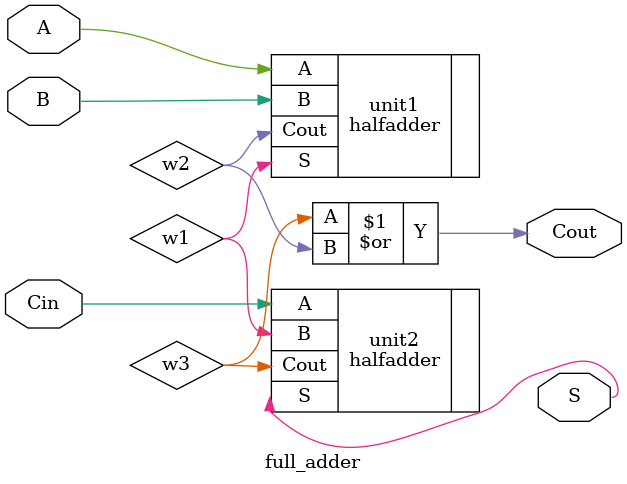
<source format=v>
`timescale 1ns / 1ps

module full_adder(A, B, Cin, S, Cout
    );
	 
	 input A, B, Cin;
	 output S, Cout;
	 wire w1, w2, w3;
	 
	 halfadder unit1 ( .A(A), .B(B), .S(w1), .Cout(w2) );
	 halfadder unit2 ( .A(Cin), .B(w1), .S(S), .Cout(w3) );
	 
	 assign Cout = w3 | w2;


endmodule

</source>
